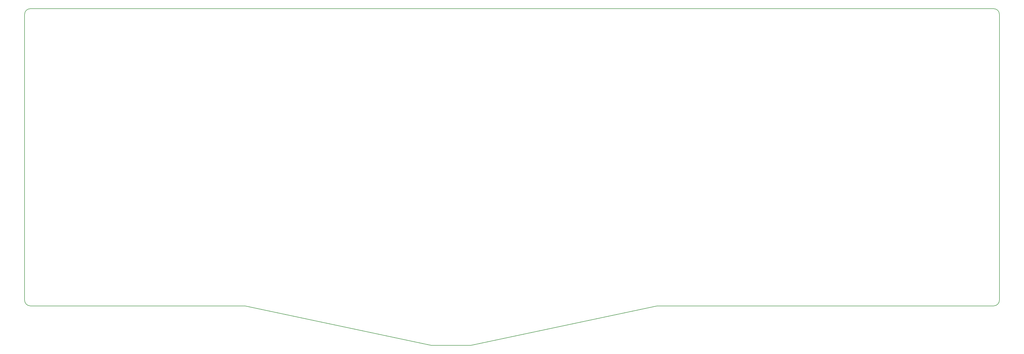
<source format=gm1>
G04 #@! TF.GenerationSoftware,KiCad,Pcbnew,(5.1.5-0-10_14)*
G04 #@! TF.CreationDate,2020-08-30T20:07:43+03:00*
G04 #@! TF.ProjectId,arisu,61726973-752e-46b6-9963-61645f706362,1.1*
G04 #@! TF.SameCoordinates,Original*
G04 #@! TF.FileFunction,Profile,NP*
%FSLAX46Y46*%
G04 Gerber Fmt 4.6, Leading zero omitted, Abs format (unit mm)*
G04 Created by KiCad (PCBNEW (5.1.5-0-10_14)) date 2020-08-30 20:07:43*
%MOMM*%
%LPD*%
G04 APERTURE LIST*
%ADD10C,0.150000*%
G04 APERTURE END LIST*
D10*
X366769949Y-24432509D02*
X27412500Y-24432509D01*
X248110000Y-129207503D02*
X366769949Y-129207503D01*
X366769949Y-129207503D02*
G75*
G03X368769949Y-127207503I0J2000000D01*
G01*
X366769949Y-24432509D02*
G75*
G02X368769949Y-26432509I0J-2000000D01*
G01*
X27412500Y-24432509D02*
G75*
G03X25412500Y-26432509I0J-2000000D01*
G01*
X27412500Y-129207503D02*
G75*
G02X25412500Y-127207503I0J2000000D01*
G01*
X182630000Y-143125232D02*
X248110000Y-129207503D01*
X168600000Y-143125232D02*
X182630000Y-143125232D01*
X103126700Y-129207503D02*
X168600000Y-143125232D01*
X27412500Y-129207503D02*
X103126700Y-129207503D01*
X368769949Y-26432509D02*
X368769949Y-127207503D01*
X25412500Y-26432509D02*
X25412500Y-127207503D01*
M02*

</source>
